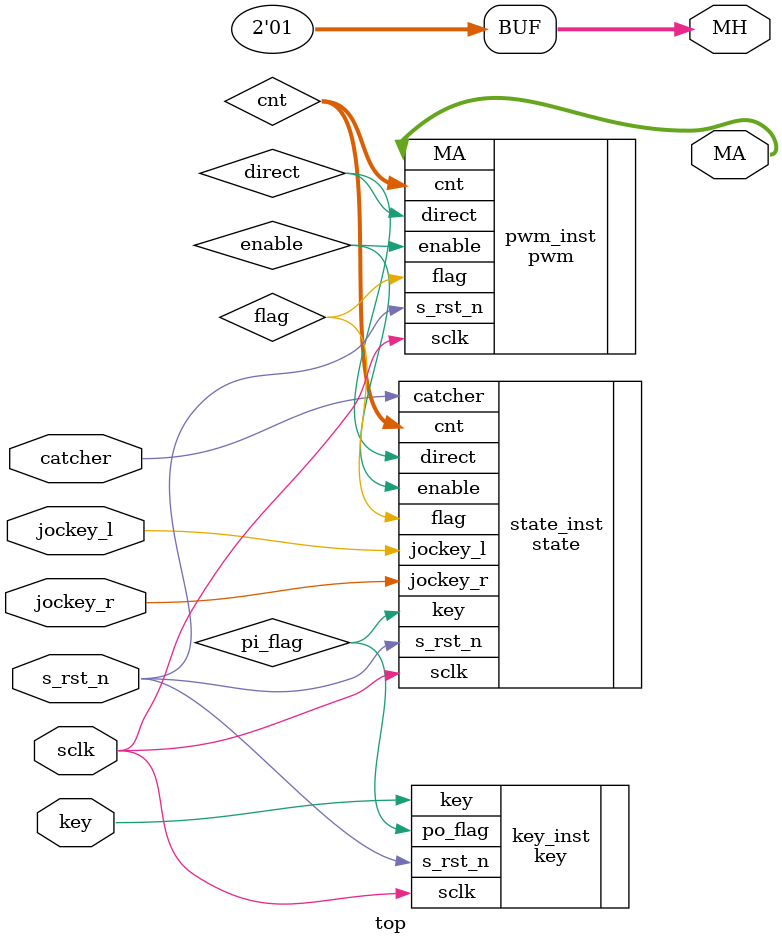
<source format=v>
module  top(
        // system signals 
        input                   sclk                    ,  
        input                   s_rst_n                 ,
        // input signals
        input                   key                     ,
        input                   catcher                 ,
        input                   jockey_r                ,
        input                   jockey_l                ,
        // output signals
        // output          [ 3:0]  stepdrive
        output          [ 1:0]  MA                      ,
        output          [ 1:0]  MH                      
);

//============================================================\
// ========= Define Parameter and Internal Signals ==========
//============================================================/ 
wire                    pi_flag                         ;
wire                    direct                          ;
wire                    enable                          ;
wire                    flag                            ;
wire    [ 2:0]          cnt                             ;


//====================================================================
// ***************      Main    Code    ***************
//====================================================================
assign  MH      =       {1'b0,1'b1};

key     key_inst(
        .sclk                   (sclk                   ),
        .s_rst_n                (s_rst_n                ),
        .key                    (key                    ),
        .po_flag                (pi_flag                )
);

state   state_inst(
        .sclk                   (sclk                   ),
        .s_rst_n                (s_rst_n                ),
        .catcher                (catcher                ),
        .jockey_r               (jockey_r               ),
        .jockey_l               (jockey_l               ),
        .key                    (pi_flag                ),
        .flag                   (flag                   ),
        .direct                 (direct                 ),
        .enable                 (enable                 ),
        .cnt                    (cnt                    )
);

/* motor   motor_inst(
        .sclk                   (sclk                   ),
        .s_rst_n                (s_rst_n                ),
        .direct                 (direct                 ),
        .stepenable             (stepenable             ),
        .stepdrive              (stepdrive              )
); */

pwm     pwm_inst(
        .sclk                   (sclk                   ),
        .s_rst_n                (s_rst_n                ),
        .enable                 (enable                 ),
        .direct                 (direct                 ),
        .cnt                    (cnt                    ),
        .flag                   (flag                   ),
        .MA                     (MA                     )
);        








endmodule
</source>
